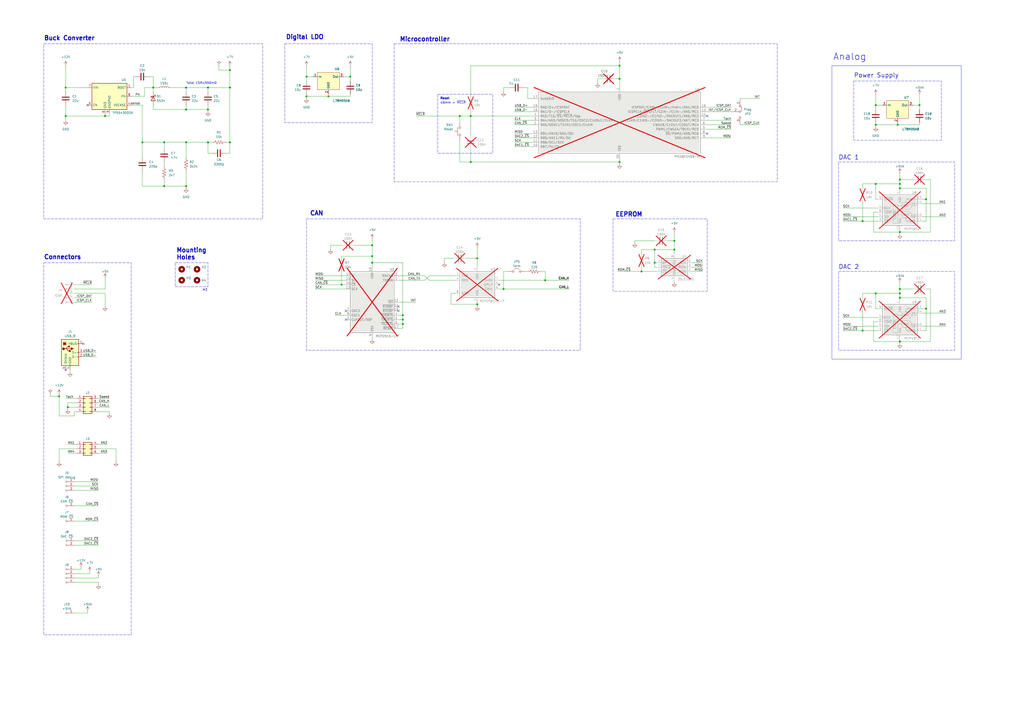
<source format=kicad_sch>
(kicad_sch (version 20250114) (generator "eeschema") (generator_version "9.0")
  (paper "A2")
  (title_block (title "CAN Gauge Interface") (date "2025-09-19") (rev "0.1") (company "Sam Anthony"))
  (rectangle (start 25.4 25.4) (end 152.4 127) (stroke (width 0) (type dash)))
  (rectangle (start 495.3 46.99) (end 546.1 81.28) (stroke (width 0) (type dash)))
  (rectangle (start 355.6 127) (end 410.21 168.91) (stroke (width 0) (type dash)))
  (rectangle (start 101.6 152.3999) (end 120.65 166.3699) (stroke (width 0) (type dash)))
  (rectangle (start 165.1 25.4) (end 215.9 71.12) (stroke (width 0) (type dash)))
  (rectangle (start 254 54.61) (end 285.75 88.9) (stroke (width 0) (type dash)))
  (rectangle (start 486.41 157.48) (end 553.72 203.2) (stroke (width 0) (type dash)))
  (rectangle (start 177.8 127) (end 336.55 203.2) (stroke (width 0) (type dash)))
  (rectangle (start 25.4 152.4) (end 76.2 368.3) (stroke (width 0) (type dash)))
  (rectangle (start 486.41 93.98) (end 553.72 139.7) (stroke (width 0) (type dash)))
  (rectangle (start 228.6 25.4) (end 450.85 105.41) (stroke (width 0) (type dash)))
  (rectangle (start 482.6 38.1) (end 557.53 208.28))
  (text "Connectors" (at 25.4 149.225 0) (effects (font (size 2.54 2.54) (thickness 0.508) (bold yes)) (justify left)))
  (text "Power Supply" (at 495.3 43.815 0) (effects (font (size 2.54 2.54) (thickness 0.254) (bold yes)) (justify left)))
  (text "Buck Converter" (at 25.4 22.225 0) (effects (font (size 2.54 2.54) (thickness 0.508) (bold yes)) (justify left)))
  (text "Total ESR≤550mΩ" (at 107.95 48.26 0) (effects (font (size 1.27 1.27)) (justify left)))
  (text "CAN" (at 179.705 123.825 0) (effects (font (size 2.54 2.54) (thickness 0.508) (bold yes)) (justify left)))
  (text "Reset" (at 255.27 57.15 0) (effects (font (size 1.27 1.27) (thickness 0.254) (bold yes)) (justify left)))
  (text "Mounting\nHoles" (at 102.235 147.3199 0) (effects (font (size 2.54 2.54) (thickness 0.508) (bold yes)) (justify left)))
  (text "M3\n" (at 117.475 168.2749 0) (effects (font (size 1.27 1.27)) (justify left)))
  (text "EEPROM" (at 356.87 124.46 0) (effects (font (size 2.54 2.54) (thickness 0.508) (bold yes)) (justify left)))
  (text "Digital LDO" (at 165.735 21.59 0) (effects (font (size 2.54 2.54) (thickness 0.508) (bold yes)) (justify left)))
  (text "≤6mm ↔ ~{MCLR}" (at 255.27 59.69 0) (effects (font (size 1.27 1.27)) (justify left)))
  (text "DAC 1" (at 486.41 91.44 0) (effects (font (size 2.54 2.54) (thickness 0.254) (bold yes)) (justify left)))
  (text "Microcontroller" (at 231.775 22.86 0) (effects (font (size 2.54 2.54) (thickness 0.508) (bold yes)) (justify left)))
  (text "Analog" (at 483.235 33.02 0) (effects (font (size 3.81 3.81) (thickness 0.254) (bold yes)) (justify left)))
  (text "DAC 2" (at 486.41 154.94 0) (effects (font (size 2.54 2.54) (thickness 0.254) (bold yes)) (justify left)))
  (junction (at 38.1 50.8))
  (junction (at 120.65 50.8))
  (junction (at 39.37 236.22))
  (junction (at 521.97 170.18))
  (junction (at 120.65 63.5))
  (junction (at 521.97 172.72))
  (junction (at 391.16 144.78))
  (junction (at 521.97 104.14))
  (junction (at 233.68 185.42))
  (junction (at 533.4 60.96))
  (junction (at 508 170.18))
  (junction (at 391.16 139.7))
  (junction (at 537.21 115.57))
  (junction (at 60.96 67.31))
  (junction (at 500.38 191.77))
  (junction (at 107.95 82.55))
  (junction (at 34.29 229.87))
  (junction (at 359.41 38.1))
  (junction (at 203.2 44.45))
  (junction (at 107.95 63.5))
  (junction (at 273.05 93.98))
  (junction (at 177.8 55.88))
  (junction (at 233.68 182.88))
  (junction (at 359.41 45.72))
  (junction (at 120.65 82.55))
  (junction (at 266.7 67.31))
  (junction (at 500.38 128.27))
  (junction (at 88.9 50.8))
  (junction (at 521.97 134.62))
  (junction (at 95.25 107.95))
  (junction (at 82.55 82.55))
  (junction (at 38.1 67.31))
  (junction (at 359.41 93.98))
  (junction (at 107.95 107.95))
  (junction (at 215.9 142.24))
  (junction (at 521.97 106.68))
  (junction (at 521.97 198.12))
  (junction (at 537.21 179.07))
  (junction (at 95.25 82.55))
  (junction (at 276.86 176.53))
  (junction (at 133.35 40.64))
  (junction (at 508 60.96))
  (junction (at 215.9 152.4))
  (junction (at 276.86 149.86))
  (junction (at 316.23 162.56))
  (junction (at 379.73 152.4))
  (junction (at 133.35 50.8))
  (junction (at 521.97 167.64))
  (junction (at 372.11 157.48))
  (junction (at 215.9 148.59))
  (junction (at 508 106.68))
  (junction (at 190.5 55.88))
  (junction (at 198.12 165.1))
  (junction (at 508 72.39))
  (junction (at 379.73 144.78))
  (junction (at 133.35 82.55))
  (junction (at 520.7 72.39))
  (junction (at 521.97 109.22))
  (junction (at 177.8 44.45))
  (junction (at 107.95 50.8))
  (junction (at 273.05 67.31))
  (junction (at 233.68 187.96))
  (junction (at 292.1 167.64))
  (no_connect (at 231.14 177.8))
  (no_connect (at 38.1 214.63))
  (no_connect (at 48.26 199.39))
  (no_connect (at 410.21 67.31))
  (no_connect (at 200.66 185.42))
  (no_connect (at 50.8 60.96))
  (no_connect (at 289.56 165.1))
  (no_connect (at 200.66 180.34))
  (no_connect (at 410.21 77.47))
  (no_connect (at 231.14 180.34))
  (wire (pts (xy 231.14 162.56) (xy 246.38 162.56)))
  (wire (pts (xy 203.2 55.88) (xy 203.2 54.61)))
  (wire (pts (xy 215.9 142.24) (xy 215.9 148.59)))
  (wire (pts (xy 506.73 186.69) (xy 509.27 186.69)))
  (wire (pts (xy 292.1 157.48) (xy 294.64 157.48)))
  (wire (pts (xy 44.45 260.35) (xy 34.29 260.35)))
  (wire (pts (xy 48.26 204.47) (xy 55.88 204.47)))
  (wire (pts (xy 233.68 187.96) (xy 233.68 185.42)))
  (wire (pts (xy 506.73 123.19) (xy 509.27 123.19)))
  (wire (pts (xy 231.14 187.96) (xy 233.68 187.96)))
  (wire (pts (xy 289.56 167.64) (xy 292.1 167.64)))
  (wire (pts (xy 273.05 55.88) (xy 273.05 38.1)))
  (wire (pts (xy 266.7 67.31) (xy 266.7 71.12)))
  (wire (pts (xy 521.97 172.72) (xy 521.97 173.99)))
  (wire (pts (xy 215.9 195.58) (xy 215.9 196.85)))
  (wire (pts (xy 60.96 167.64) (xy 60.96 161.29)))
  (wire (pts (xy 266.7 67.31) (xy 273.05 67.31)))
  (wire (pts (xy 381 152.4) (xy 379.73 152.4)))
  (wire (pts (xy 508 71.12) (xy 508 72.39)))
  (wire (pts (xy 38.1 38.1) (xy 38.1 50.8)))
  (wire (pts (xy 262.89 149.86) (xy 257.81 149.86)))
  (wire (pts (xy 508 179.07) (xy 508 170.18)))
  (wire (pts (xy 177.8 55.88) (xy 190.5 55.88)))
  (wire (pts (xy 500.38 191.77) (xy 509.27 191.77)))
  (wire (pts (xy 372.11 144.78) (xy 379.73 144.78)))
  (wire (pts (xy 534.67 128.27) (xy 537.21 128.27)))
  (wire (pts (xy 488.95 184.15) (xy 509.27 184.15)))
  (wire (pts (xy 120.65 50.8) (xy 133.35 50.8)))
  (wire (pts (xy 521.97 196.85) (xy 521.97 198.12)))
  (wire (pts (xy 82.55 91.44) (xy 82.55 82.55)))
  (wire (pts (xy 233.68 185.42) (xy 233.68 182.88)))
  (wire (pts (xy 123.19 82.55) (xy 120.65 82.55)))
  (wire (pts (xy 521.97 198.12) (xy 521.97 199.39)))
  (wire (pts (xy 537.21 172.72) (xy 521.97 172.72)))
  (wire (pts (xy 410.21 64.77) (xy 425.45 64.77)))
  (wire (pts (xy 34.29 241.3) (xy 34.29 229.87)))
  (wire (pts (xy 198.12 165.1) (xy 198.12 157.48)))
  (wire (pts (xy 57.15 260.35) (xy 67.31 260.35)))
  (wire (pts (xy 52.07 332.74) (xy 52.07 331.47)))
  (wire (pts (xy 203.2 46.99) (xy 203.2 44.45)))
  (wire (pts (xy 39.37 236.22) (xy 39.37 237.49)))
  (wire (pts (xy 38.1 50.8) (xy 38.1 53.34)))
  (wire (pts (xy 43.18 293.37) (xy 57.15 293.37)))
  (wire (pts (xy 57.15 233.68) (xy 63.5 233.68)))
  (wire (pts (xy 298.45 82.55) (xy 308.61 82.55)))
  (wire (pts (xy 506.73 134.62) (xy 521.97 134.62)))
  (wire (pts (xy 82.55 60.96) (xy 82.55 82.55)))
  (wire (pts (xy 534.67 181.61) (xy 548.64 181.61)))
  (wire (pts (xy 203.2 44.45) (xy 199.39 44.45)))
  (wire (pts (xy 539.75 134.62) (xy 521.97 134.62)))
  (wire (pts (xy 182.88 165.1) (xy 198.12 165.1)))
  (wire (pts (xy 511.81 60.96) (xy 508 60.96)))
  (wire (pts (xy 43.18 302.26) (xy 57.15 302.26)))
  (wire (pts (xy 429.26 71.12) (xy 429.26 72.39)))
  (wire (pts (xy 95.25 93.98) (xy 95.25 96.52)))
  (wire (pts (xy 509.27 115.57) (xy 508 115.57)))
  (wire (pts (xy 508 72.39) (xy 520.7 72.39)))
  (wire (pts (xy 534.67 118.11) (xy 548.64 118.11)))
  (wire (pts (xy 88.9 63.5) (xy 107.95 63.5)))
  (wire (pts (xy 298.45 69.85) (xy 308.61 69.85)))
  (wire (pts (xy 182.88 160.02) (xy 200.66 160.02)))
  (wire (pts (xy 537.21 109.22) (xy 537.21 115.57)))
  (wire (pts (xy 410.21 62.23) (xy 424.18 62.23)))
  (wire (pts (xy 508 106.68) (xy 521.97 106.68)))
  (wire (pts (xy 410.21 74.93) (xy 424.18 74.93)))
  (wire (pts (xy 508 115.57) (xy 508 106.68)))
  (wire (pts (xy 537.21 172.72) (xy 537.21 179.07)))
  (wire (pts (xy 194.31 182.88) (xy 200.66 182.88)))
  (wire (pts (xy 46.99 330.2) (xy 46.99 328.93)))
  (wire (pts (xy 488.95 189.23) (xy 509.27 189.23)))
  (wire (pts (xy 203.2 38.1) (xy 203.2 44.45)))
  (wire (pts (xy 520.7 72.39) (xy 520.7 71.12)))
  (wire (pts (xy 372.11 147.32) (xy 372.11 144.78)))
  (wire (pts (xy 177.8 54.61) (xy 177.8 55.88)))
  (wire (pts (xy 359.41 45.72) (xy 356.87 45.72)))
  (wire (pts (xy 57.15 236.22) (xy 63.5 236.22)))
  (wire (pts (xy 359.41 49.53) (xy 359.41 45.72)))
  (wire (pts (xy 215.9 148.59) (xy 215.9 152.4)))
  (wire (pts (xy 82.55 107.95) (xy 95.25 107.95)))
  (wire (pts (xy 107.95 82.55) (xy 95.25 82.55)))
  (wire (pts (xy 241.3 67.31) (xy 266.7 67.31)))
  (wire (pts (xy 429.26 58.42) (xy 429.26 57.15)))
  (wire (pts (xy 521.97 167.64) (xy 521.97 170.18)))
  (wire (pts (xy 506.73 134.62) (xy 506.73 123.19)))
  (wire (pts (xy 107.95 82.55) (xy 107.95 91.44)))
  (wire (pts (xy 534.67 189.23) (xy 548.64 189.23)))
  (wire (pts (xy 50.8 355.6) (xy 50.8 354.33)))
  (wire (pts (xy 43.18 165.1) (xy 53.34 165.1)))
  (wire (pts (xy 191.77 142.24) (xy 191.77 144.78)))
  (wire (pts (xy 120.65 82.55) (xy 107.95 82.55)))
  (wire (pts (xy 57.15 238.76) (xy 63.5 238.76)))
  (wire (pts (xy 39.37 236.22) (xy 44.45 236.22)))
  (wire (pts (xy 521.97 163.83) (xy 521.97 167.64)))
  (wire (pts (xy 539.75 167.64) (xy 539.75 198.12)))
  (wire (pts (xy 133.35 50.8) (xy 133.35 82.55)))
  (wire (pts (xy 60.96 170.18) (xy 60.96 177.8)))
  (wire (pts (xy 308.61 57.15) (xy 306.07 57.15)))
  (wire (pts (xy 539.75 104.14) (xy 539.75 134.62)))
  (wire (pts (xy 379.73 154.94) (xy 379.73 152.4)))
  (wire (pts (xy 537.21 109.22) (xy 521.97 109.22)))
  (wire (pts (xy 44.45 233.68) (xy 39.37 233.68)))
  (wire (pts (xy 57.15 337.82) (xy 57.15 339.09)))
  (wire (pts (xy 379.73 144.78) (xy 391.16 144.78)))
  (wire (pts (xy 177.8 55.88) (xy 177.8 57.15)))
  (wire (pts (xy 372.11 157.48) (xy 372.11 154.94)))
  (wire (pts (xy 67.31 260.35) (xy 67.31 267.97)))
  (wire (pts (xy 38.1 67.31) (xy 38.1 69.85)))
  (wire (pts (xy 391.16 139.7) (xy 391.16 144.78)))
  (wire (pts (xy 401.32 157.48) (xy 407.67 157.48)))
  (wire (pts (xy 306.07 50.8) (xy 303.53 50.8)))
  (wire (pts (xy 533.4 54.61) (xy 533.4 60.96)))
  (wire (pts (xy 107.95 50.8) (xy 120.65 50.8)))
  (wire (pts (xy 88.9 44.45) (xy 88.9 50.8)))
  (wire (pts (xy 270.51 149.86) (xy 276.86 149.86)))
  (wire (pts (xy 76.2 60.96) (xy 82.55 60.96)))
  (wire (pts (xy 88.9 60.96) (xy 88.9 63.5)))
  (wire (pts (xy 410.21 80.01) (xy 424.18 80.01)))
  (wire (pts (xy 198.12 149.86) (xy 198.12 148.59)))
  (wire (pts (xy 306.07 57.15) (xy 306.07 50.8)))
  (wire (pts (xy 107.95 63.5) (xy 120.65 63.5)))
  (wire (pts (xy 429.26 57.15) (xy 440.69 57.15)))
  (wire (pts (xy 190.5 55.88) (xy 190.5 54.61)))
  (wire (pts (xy 292.1 50.8) (xy 292.1 53.34)))
  (wire (pts (xy 57.15 262.89) (xy 62.23 262.89)))
  (wire (pts (xy 500.38 106.68) (xy 508 106.68)))
  (wire (pts (xy 99.06 50.8) (xy 107.95 50.8)))
  (wire (pts (xy 44.45 238.76) (xy 43.18 238.76)))
  (wire (pts (xy 107.95 60.96) (xy 107.95 63.5)))
  (wire (pts (xy 88.9 53.34) (xy 88.9 50.8)))
  (wire (pts (xy 257.81 149.86) (xy 257.81 152.4)))
  (wire (pts (xy 316.23 157.48) (xy 316.23 162.56)))
  (wire (pts (xy 39.37 257.81) (xy 44.45 257.81)))
  (wire (pts (xy 120.65 82.55) (xy 120.65 88.9)))
  (wire (pts (xy 43.18 335.28) (xy 57.15 335.28)))
  (wire (pts (xy 298.45 80.01) (xy 308.61 80.01)))
  (wire (pts (xy 107.95 107.95) (xy 107.95 109.22)))
  (wire (pts (xy 63.5 238.76) (xy 63.5 240.03)))
  (wire (pts (xy 133.35 82.55) (xy 133.35 88.9)))
  (wire (pts (xy 233.68 152.4) (xy 233.68 182.88)))
  (wire (pts (xy 298.45 85.09) (xy 308.61 85.09)))
  (wire (pts (xy 95.25 107.95) (xy 107.95 107.95)))
  (wire (pts (xy 43.18 316.23) (xy 57.15 316.23)))
  (wire (pts (xy 127 40.64) (xy 133.35 40.64)))
  (wire (pts (xy 233.68 152.4) (xy 215.9 152.4)))
  (wire (pts (xy 120.65 50.8) (xy 120.65 53.34)))
  (wire (pts (xy 521.97 109.22) (xy 521.97 110.49)))
  (wire (pts (xy 298.45 77.47) (xy 308.61 77.47)))
  (wire (pts (xy 200.66 165.1) (xy 198.12 165.1)))
  (wire (pts (xy 316.23 162.56) (xy 330.2 162.56)))
  (wire (pts (xy 539.75 198.12) (xy 521.97 198.12)))
  (wire (pts (xy 198.12 148.59) (xy 215.9 148.59)))
  (wire (pts (xy 29.21 228.6) (xy 29.21 229.87)))
  (wire (pts (xy 120.65 63.5) (xy 120.65 60.96)))
  (wire (pts (xy 298.45 72.39) (xy 308.61 72.39)))
  (wire (pts (xy 107.95 107.95) (xy 107.95 99.06)))
  (wire (pts (xy 177.8 38.1) (xy 177.8 44.45)))
  (wire (pts (xy 537.21 179.07) (xy 537.21 191.77)))
  (wire (pts (xy 521.97 100.33) (xy 521.97 104.14)))
  (wire (pts (xy 231.14 190.5) (xy 233.68 190.5)))
  (wire (pts (xy 29.21 229.87) (xy 34.29 229.87)))
  (wire (pts (xy 304.8 157.48) (xy 306.07 157.48)))
  (wire (pts (xy 358.14 157.48) (xy 372.11 157.48)))
  (wire (pts (xy 107.95 50.8) (xy 107.95 53.34)))
  (wire (pts (xy 506.73 198.12) (xy 521.97 198.12)))
  (wire (pts (xy 295.91 50.8) (xy 292.1 50.8)))
  (wire (pts (xy 521.97 104.14) (xy 529.59 104.14)))
  (wire (pts (xy 43.18 284.48) (xy 57.15 284.48)))
  (wire (pts (xy 43.18 281.94) (xy 57.15 281.94)))
  (wire (pts (xy 521.97 170.18) (xy 521.97 172.72)))
  (wire (pts (xy 500.38 172.72) (xy 500.38 170.18)))
  (wire (pts (xy 43.18 238.76) (xy 43.18 241.3)))
  (wire (pts (xy 57.15 231.14) (xy 63.5 231.14)))
  (wire (pts (xy 60.96 67.31) (xy 60.96 66.04)))
  (wire (pts (xy 43.18 241.3) (xy 34.29 241.3)))
  (wire (pts (xy 133.35 40.64) (xy 133.35 50.8)))
  (wire (pts (xy 82.55 82.55) (xy 95.25 82.55)))
  (wire (pts (xy 534.67 179.07) (xy 537.21 179.07)))
  (wire (pts (xy 500.38 170.18) (xy 508 170.18)))
  (wire (pts (xy 298.45 64.77) (xy 308.61 64.77)))
  (wire (pts (xy 500.38 128.27) (xy 509.27 128.27)))
  (wire (pts (xy 359.41 38.1) (xy 359.41 45.72)))
  (wire (pts (xy 401.32 154.94) (xy 407.67 154.94)))
  (wire (pts (xy 120.65 63.5) (xy 120.65 64.77)))
  (wire (pts (xy 521.97 106.68) (xy 521.97 109.22)))
  (wire (pts (xy 57.15 257.81) (xy 62.23 257.81)))
  (wire (pts (xy 359.41 93.98) (xy 359.41 95.25)))
  (wire (pts (xy 273.05 93.98) (xy 273.05 86.36)))
  (wire (pts (xy 76.2 50.8) (xy 77.47 50.8)))
  (wire (pts (xy 508 170.18) (xy 521.97 170.18)))
  (wire (pts (xy 276.86 176.53) (xy 276.86 177.8)))
  (wire (pts (xy 248.92 160.02) (xy 246.38 162.56)))
  (wire (pts (xy 273.05 93.98) (xy 266.7 93.98)))
  (wire (pts (xy 38.1 60.96) (xy 38.1 67.31)))
  (wire (pts (xy 43.18 332.74) (xy 52.07 332.74)))
  (wire (pts (xy 57.15 335.28) (xy 57.15 334.01)))
  (wire (pts (xy 39.37 233.68) (xy 39.37 236.22)))
  (wire (pts (xy 500.38 116.84) (xy 500.38 128.27)))
  (wire (pts (xy 346.71 45.72) (xy 349.25 45.72)))
  (wire (pts (xy 391.16 162.56) (xy 391.16 163.83)))
  (wire (pts (xy 34.29 260.35) (xy 34.29 267.97)))
  (wire (pts (xy 38.1 231.14) (xy 44.45 231.14)))
  (wire (pts (xy 231.14 182.88) (xy 233.68 182.88)))
  (wire (pts (xy 130.81 82.55) (xy 133.35 82.55)))
  (wire (pts (xy 391.16 144.78) (xy 391.16 147.32)))
  (wire (pts (xy 379.73 144.78) (xy 379.73 152.4)))
  (wire (pts (xy 266.7 93.98) (xy 266.7 81.28)))
  (wire (pts (xy 88.9 50.8) (xy 91.44 50.8)))
  (wire (pts (xy 521.97 134.62) (xy 521.97 135.89)))
  (wire (pts (xy 43.18 337.82) (xy 57.15 337.82)))
  (wire (pts (xy 508 60.96) (xy 508 63.5)))
  (wire (pts (xy 313.69 157.48) (xy 316.23 157.48)))
  (wire (pts (xy 488.95 191.77) (xy 500.38 191.77)))
  (wire (pts (xy 276.86 175.26) (xy 276.86 176.53)))
  (wire (pts (xy 43.18 313.69) (xy 57.15 313.69)))
  (wire (pts (xy 63.5 66.04) (xy 63.5 67.31)))
  (wire (pts (xy 508 72.39) (xy 508 73.66)))
  (wire (pts (xy 506.73 198.12) (xy 506.73 186.69)))
  (wire (pts (xy 429.26 72.39) (xy 440.69 72.39)))
  (wire (pts (xy 292.1 167.64) (xy 292.1 157.48)))
  (wire (pts (xy 508 54.61) (xy 508 60.96)))
  (wire (pts (xy 182.88 167.64) (xy 200.66 167.64)))
  (wire (pts (xy 43.18 355.6) (xy 50.8 355.6)))
  (wire (pts (xy 133.35 88.9) (xy 130.81 88.9)))
  (wire (pts (xy 387.35 139.7) (xy 391.16 139.7)))
  (wire (pts (xy 410.21 72.39) (xy 424.18 72.39)))
  (wire (pts (xy 391.16 134.62) (xy 391.16 139.7)))
  (wire (pts (xy 537.21 104.14) (xy 539.75 104.14)))
  (wire (pts (xy 273.05 67.31) (xy 308.61 67.31)))
  (wire (pts (xy 198.12 142.24) (xy 191.77 142.24)))
  (wire (pts (xy 261.62 170.18) (xy 264.16 170.18)))
  (wire (pts (xy 215.9 138.43) (xy 215.9 142.24)))
  (wire (pts (xy 273.05 38.1) (xy 359.41 38.1)))
  (wire (pts (xy 521.97 104.14) (xy 521.97 106.68)))
  (wire (pts (xy 43.18 167.64) (xy 60.96 167.64)))
  (wire (pts (xy 534.67 115.57) (xy 537.21 115.57)))
  (wire (pts (xy 289.56 162.56) (xy 316.23 162.56)))
  (wire (pts (xy 359.41 92.71) (xy 359.41 93.98)))
  (wire (pts (xy 95.25 104.14) (xy 95.25 107.95)))
  (wire (pts (xy 77.47 44.45) (xy 78.74 44.45)))
  (wire (pts (xy 77.47 50.8) (xy 77.47 44.45)))
  (wire (pts (xy 133.35 38.1) (xy 133.35 40.64)))
  (wire (pts (xy 83.82 50.8) (xy 88.9 50.8)))
  (wire (pts (xy 533.4 72.39) (xy 533.4 71.12)))
  (wire (pts (xy 76.2 55.88) (xy 83.82 55.88)))
  (wire (pts (xy 82.55 99.06) (xy 82.55 107.95)))
  (wire (pts (xy 43.18 170.18) (xy 60.96 170.18)))
  (wire (pts (xy 177.8 44.45) (xy 177.8 46.99)))
  (wire (pts (xy 120.65 88.9) (xy 123.19 88.9)))
  (wire (pts (xy 215.9 152.4) (xy 215.9 154.94)))
  (wire (pts (xy 401.32 152.4) (xy 407.67 152.4)))
  (wire (pts (xy 190.5 55.88) (xy 203.2 55.88)))
  (wire (pts (xy 48.26 207.01) (xy 55.88 207.01)))
  (wire (pts (xy 410.21 69.85) (xy 424.18 69.85)))
  (wire (pts (xy 261.62 176.53) (xy 261.62 170.18)))
  (wire (pts (xy 34.29 229.87) (xy 34.29 228.6)))
  (wire (pts (xy 63.5 67.31) (xy 60.96 67.31)))
  (wire (pts (xy 43.18 175.26) (xy 53.34 175.26)))
  (wire (pts (xy 181.61 44.45) (xy 177.8 44.45)))
  (wire (pts (xy 381 154.94) (xy 379.73 154.94)))
  (wire (pts (xy 534.67 125.73) (xy 548.64 125.73)))
  (wire (pts (xy 205.74 142.24) (xy 215.9 142.24)))
  (wire (pts (xy 231.14 160.02) (xy 246.38 160.02)))
  (wire (pts (xy 500.38 109.22) (xy 500.38 106.68)))
  (wire (pts (xy 500.38 180.34) (xy 500.38 191.77)))
  (wire (pts (xy 276.86 176.53) (xy 261.62 176.53)))
  (wire (pts (xy 40.64 214.63) (xy 40.64 215.9)))
  (wire (pts (xy 346.71 48.26) (xy 346.71 45.72)))
  (wire (pts (xy 534.67 191.77) (xy 537.21 191.77)))
  (wire (pts (xy 43.18 279.4) (xy 57.15 279.4)))
  (wire (pts (xy 488.95 128.27) (xy 500.38 128.27)))
  (wire (pts (xy 368.3 139.7) (xy 368.3 140.97)))
  (wire (pts (xy 60.96 67.31) (xy 38.1 67.31)))
  (wire (pts (xy 368.3 139.7) (xy 379.73 139.7)))
  (wire (pts (xy 38.1 50.8) (xy 50.8 50.8)))
  (wire (pts (xy 509.27 179.07) (xy 508 179.07)))
  (wire (pts (xy 359.41 35.56) (xy 359.41 38.1)))
  (wire (pts (xy 276.86 143.51) (xy 276.86 149.86)))
  (wire (pts (xy 381 157.48) (xy 372.11 157.48)))
  (wire (pts (xy 83.82 55.88) (xy 83.82 50.8)))
  (wire (pts (xy 233.68 190.5) (xy 233.68 187.96)))
  (wire (pts (xy 537.21 167.64) (xy 539.75 167.64)))
  (wire (pts (xy 521.97 167.64) (xy 529.59 167.64)))
  (wire (pts (xy 488.95 125.73) (xy 509.27 125.73)))
  (wire (pts (xy 292.1 167.64) (xy 330.2 167.64)))
  (wire (pts (xy 231.14 175.26) (xy 241.3 175.26)))
  (wire (pts (xy 39.37 262.89) (xy 44.45 262.89)))
  (wire (pts (xy 231.14 185.42) (xy 233.68 185.42)))
  (wire (pts (xy 521.97 133.35) (xy 521.97 134.62)))
  (wire (pts (xy 298.45 62.23) (xy 308.61 62.23)))
  (wire (pts (xy 248.92 162.56) (xy 264.16 162.56)))
  (wire (pts (xy 488.95 120.65) (xy 509.27 120.65)))
  (wire (pts (xy 182.88 162.56) (xy 200.66 162.56)))
  (wire (pts (xy 533.4 63.5) (xy 533.4 60.96)))
  (wire (pts (xy 248.92 160.02) (xy 264.16 160.02)))
  (wire (pts (xy 246.38 160.02) (xy 248.92 162.56)))
  (wire (pts (xy 43.18 330.2) (xy 46.99 330.2)))
  (wire (pts (xy 273.05 67.31) (xy 273.05 78.74)))
  (wire (pts (xy 537.21 115.57) (xy 537.21 128.27)))
  (wire (pts (xy 273.05 63.5) (xy 273.05 67.31)))
  (wire (pts (xy 43.18 172.72) (xy 53.34 172.72)))
  (wire (pts (xy 127 38.1) (xy 127 40.64)))
  (wire (pts (xy 86.36 44.45) (xy 88.9 44.45)))
  (wire (pts (xy 359.41 93.98) (xy 273.05 93.98)))
  (wire (pts (xy 520.7 72.39) (xy 533.4 72.39)))
  (wire (pts (xy 276.86 149.86) (xy 276.86 154.94)))
  (wire (pts (xy 95.25 82.55) (xy 95.25 86.36)))
  (wire (pts (xy 533.4 60.96) (xy 529.59 60.96)))
  (label "DAC1_~{CS}" (at 488.95 128.27 0))
  (label "MISO" (at 57.15 284.48 180))
  (label "CAN_H" (at 330.2 162.56 180) (effects (font (thickness 0.254) (bold yes))))
  (label "SCK" (at 407.67 152.4 180) (effects (font (thickness 0.1588))))
  (label "Speed" (at 63.5 231.14 180) (effects (font (thickness 0.1588))))
  (label "CLK" (at 298.45 69.85 0))
  (label "MOSI" (at 424.18 80.01 180) (effects (font (thickness 0.1588))))
  (label "ICSP_DAT" (at 424.18 62.23 180))
  (label "CAN_L" (at 63.5 236.22 180))
  (label "ROM_~{CS}" (at 358.14 157.48 0) (effects (font (thickness 0.1588))))
  (label "MOSI" (at 182.88 160.02 0) (effects (font (thickness 0.1588))))
  (label "DAC1_~{CS}" (at 298.45 85.09 0))
  (label "AN3" (at 62.23 262.89 180) (effects (font (thickness 0.1588))))
  (label "Speed" (at 424.18 72.39 180))
  (label "AN1" (at 548.64 118.11 180))
  (label "CAN_~{CS}" (at 298.45 72.39 0))
  (label "CAN_~{CS}" (at 57.15 293.37 180))
  (label "sense" (at 81.28 60.96 180))
  (label "INT" (at 440.69 57.15 180))
  (label "CLK" (at 194.31 182.88 0))
  (label "MISO" (at 407.67 157.48 180) (effects (font (thickness 0.1588))))
  (label "INT" (at 241.3 175.26 180) (effects (font (thickness 0.1588))))
  (label "MOSI" (at 407.67 154.94 180) (effects (font (thickness 0.1588))))
  (label "ICSP_CLK" (at 53.34 175.26 180))
  (label "AN2" (at 62.23 257.81 180) (effects (font (thickness 0.1588))))
  (label "SCK" (at 298.45 82.55 0) (effects (font (thickness 0.1588))))
  (label "Tach" (at 38.1 231.14 0) (effects (font (thickness 0.1588))))
  (label "CAN_~{CS}" (at 182.88 165.1 0) (effects (font (thickness 0.1588))))
  (label "ICSP_CLK" (at 440.69 72.39 180))
  (label "USB_D+" (at 298.45 62.23 0))
  (label "SCK" (at 488.95 184.15 0) (effects (font (thickness 0.1588))))
  (label "ROM_~{CS}" (at 57.15 302.26 180))
  (label "AN1" (at 39.37 257.81 0) (effects (font (thickness 0.1588))))
  (label "DAC2_~{CS}" (at 298.45 80.01 0))
  (label "USB_D-" (at 298.45 64.77 0))
  (label "INT{slash}ICSP_CLK" (at 424.18 64.77 180))
  (label "SCK" (at 57.15 281.94 180))
  (label "AN4" (at 39.37 262.89 0) (effects (font (thickness 0.1588))))
  (label "MOSI" (at 488.95 125.73 0))
  (label "PH" (at 81.28 55.88 180))
  (label "AN4" (at 548.64 189.23 180))
  (label "MISO" (at 182.88 162.56 0) (effects (font (thickness 0.1588))))
  (label "DAC1_~{CS}" (at 57.15 316.23 180))
  (label "MOSI" (at 57.15 279.4 180))
  (label "AN3" (at 548.64 181.61 180))
  (label "DAC2_~{CS}" (at 57.15 313.69 180))
  (label "USB_D-" (at 55.88 207.01 180))
  (label "AN2" (at 548.64 125.73 180))
  (label "USB_D+" (at 55.88 204.47 180))
  (label "SCK" (at 182.88 167.64 0) (effects (font (thickness 0.1588))))
  (label "Tach" (at 424.18 69.85 180))
  (label "ROM_~{CS}" (at 424.18 74.93 180))
  (label "ICSP_DAT" (at 53.34 172.72 180))
  (label "CAN_RX" (at 243.84 160.02 180))
  (label "~{MCLR}" (at 53.34 165.1 180))
  (label "MISO" (at 298.45 77.47 0) (effects (font (thickness 0.1588))))
  (label "~{MCLR}" (at 241.3 67.31 0))
  (label "MOSI" (at 488.95 189.23 0))
  (label "CAN_L" (at 330.2 167.64 180) (effects (font (thickness 0.254) (bold yes))))
  (label "SCK" (at 488.95 120.65 0) (effects (font (thickness 0.1588))))
  (label "DAC2_~{CS}" (at 488.95 191.77 0))
  (label "CAN_TX" (at 243.84 162.56 180))
  (label "CAN_H" (at 63.5 233.68 180) (effects (font (thickness 0.1588))))
  (symbol (lib_id "power:GND") (at 107.95 109.22 0) (unit 1)
    (property "Reference" "#PWR012" (effects (hide yes)))
    (property "Value" "GND" (at 107.95 114.3 0))
    (property "Description" "Power symbol creates a global label with name \"GND\" , ground" (effects (hide yes)))
  )
  (symbol (lib_id "power:GND") (at 215.9 196.85 0) (unit 1)
    (property "Reference" "#PWR028" (effects (hide yes)))
    (property "Value" "GND" (effects (hide yes)))
    (property "Description" "Power symbol creates a global label with name \"GND\" , ground" (effects (hide yes)))
  )
  (symbol (lib_id "Device:C") (at 107.95 57.15 0) (unit 1)
    (property "Reference" "C3" (at 111.125 55.88 0) (effects (justify left)))
    (property "Value" "22u" (at 111.125 58.42 0) (effects (justify left)))
    (property "Footprint" "Capacitor_SMD:C_1206_3216Metric" (effects (hide yes)))
    (property "Description" "Unpolarized capacitor" (effects (hide yes)))
  )
  (symbol (lib_id "power:GND") (at 120.65 64.77 0) (unit 1)
    (property "Reference" "#PWR04" (effects (hide yes)))
    (property "Value" "GND" (at 120.65 69.85 0))
    (property "Description" "Power symbol creates a global label with name \"GND\" , ground" (effects (hide yes)))
  )
  (symbol (lib_id "Device:C") (at 95.25 90.17 0) (unit 1)
    (property "Reference" "C7" (at 99.06 88.8999 0) (effects (justify left)))
    (property "Value" "47n" (at 99.06 91.4399 0) (effects (justify left)))
    (property "Footprint" "Capacitor_SMD:C_0805_2012Metric" (effects (hide yes)))
    (property "Description" "Unpolarized capacitor" (effects (hide yes)))
  )
  (symbol (lib_id "power:GND") (at 57.15 339.09 0) (unit 1)
    (property "Reference" "#PWR039" (effects (hide yes)))
    (property "Value" "GND" (effects (hide yes)))
    (property "Description" "Power symbol creates a global label with name \"GND\" , ground" (effects (hide yes)))
  )
  (symbol (lib_id "power:+7.5V") (at 52.07 331.47 0) (unit 1)
    (property "Reference" "#PWR013" (effects (hide yes)))
    (property "Value" "+7V" (at 52.07 326.39 0))
    (property "Description" "Power symbol creates a global label with name \"+7.5V\"" (effects (hide yes)))
  )
  (symbol (lib_id "power:+12V") (at 34.29 228.6 0) (unit 1)
    (property "Reference" "#PWR029" (effects (hide yes)))
    (property "Value" "+12V" (at 34.29 223.52 0))
    (property "Description" "Power symbol creates a global label with name \"+12V\"" (effects (hide yes)))
  )
  (symbol (lib_id "power:GND") (at 508 73.66 0) (unit 1)
    (property "Reference" "#PWR046" (effects (hide yes)))
    (property "Value" "GND" (at 508 78.74 0))
    (property "Description" "Power symbol creates a global label with name \"GND\" , ground" (effects (hide yes)))
  )
  (symbol (lib_id "power:GND") (at 63.5 240.03 0) (unit 1)
    (property "Reference" "#PWR033" (effects (hide yes)))
    (property "Value" "GND" (effects (hide yes)))
    (property "Description" "Power symbol creates a global label with name \"GND\" , ground" (effects (hide yes)))
  )
  (symbol (lib_id "power:+5V") (at 203.2 38.1 0) (unit 1)
    (property "Reference" "#PWR044" (effects (hide yes)))
    (property "Value" "+5V" (at 203.2 33.02 0))
    (property "Description" "Power symbol creates a global label with name \"+5V\"" (effects (hide yes)))
  )
  (symbol (lib_id "Device:C") (at 383.54 139.7 90) (unit 1) (dnp yes)
    (property "Reference" "C15" (at 383.54 133.35 90))
    (property "Value" "100n" (at 383.54 135.89 90))
    (property "Footprint" "Capacitor_THT:C_Disc_D5.0mm_W2.5mm_P2.50mm" (effects (hide yes)))
    (property "Description" "Unpolarized capacitor" (effects (hide yes)))
  )
  (symbol (lib_id "power:+7.5V") (at 177.8 38.1 0) (unit 1)
    (property "Reference" "#PWR043" (effects (hide yes)))
    (property "Value" "+7V" (at 177.8 33.02 0))
    (property "Description" "Power symbol creates a global label with name \"+7.5V\"" (effects (hide yes)))
  )
  (symbol (lib_id "Device:C") (at 266.7 149.86 90) (unit 1) (dnp yes)
    (property "Reference" "C14" (at 266.7 143.51 90))
    (property "Value" "100n" (at 266.7 146.05 90))
    (property "Footprint" "Capacitor_THT:C_Disc_D5.0mm_W2.5mm_P2.50mm" (effects (hide yes)))
    (property "Description" "Unpolarized capacitor" (effects (hide yes)))
  )
  (symbol (lib_id "Device:C") (at 38.1 57.15 0) (unit 1)
    (property "Reference" "C1" (at 41.91 55.8799 0) (effects (justify left)))
    (property "Value" "22u" (at 41.91 58.4199 0) (effects (justify left)))
    (property "Footprint" "Capacitor_SMD:C_1206_3216Metric" (effects (hide yes)))
    (property "Description" "Unpolarized capacitor" (effects (hide yes)))
  )
  (symbol (lib_id "Regulator_Switching:TPS5430DDA") (at 63.5 55.88 0) (unit 1)
    (property "Reference" "U5" (at 71.755 46.355 0))
    (property "Value" "TPS5430DDA" (at 71.12 65.405 0))
    (property "Footprint" "Package_SO:TI_SO-PowerPAD-8" (effects (hide yes)))
    (property "Datasheet" "http://www.ti.com/lit/ds/symlink/tps5430.pdf" (effects (hide yes)))
    (property "Description" "3A, Step Down Swift Converter, Adjustable Output Voltage, 5.5-36V Input Voltage, PowerSO-8" (effects (hide yes)))
  )
  (symbol (lib_id "Memory_EEPROM:25LCxxx") (at 391.16 154.94 0) (unit 1) (dnp yes)
    (property "Reference" "U4" (at 395.605 148.59 0) (effects (justify left)))
    (property "Value" "25LC160C" (at 393.065 161.925 0) (effects (justify left)))
    (property "Footprint" "Package_DIP:DIP-8_W7.62mm" (effects (hide yes)))
    (property "Datasheet" "http://ww1.microchip.com/downloads/en/DeviceDoc/21832H.pdf" (effects (hide yes)))
    (property "Description" "SPI Serial EEPROM, DIP-8/SOIC-8/TSSOP-8" (effects (hide yes)))
  )
  (symbol (lib_id "Jumper:Jumper_3_Bridged12") (at 429.26 64.77 270) (unit 1) (in_bom no)
    (property "Reference" "JP2" (at 433.705 66.04 90))
    (property "Value" "Prog" (at 433.705 63.5 90))
    (property "Footprint" "Connector_PinSocket_2.54mm:PinSocket_1x03_P2.54mm_Vertical" (effects (hide yes)))
    (property "Description" "Jumper, 3-pole, pins 1+2 closed/bridged" (effects (hide yes)))
  )
  (symbol (lib_id "power:GND") (at 521.97 135.89 0) (unit 1)
    (property "Reference" "#PWR017" (effects (hide yes)))
    (property "Value" "GND" (effects (hide yes)))
    (property "Description" "Power symbol creates a global label with name \"GND\" , ground" (effects (hide yes)))
  )
  (symbol (lib_id "power:GND") (at 521.97 199.39 0) (unit 1)
    (property "Reference" "#PWR019" (effects (hide yes)))
    (property "Value" "GND" (effects (hide yes)))
    (property "Description" "Power symbol creates a global label with name \"GND\" , ground" (effects (hide yes)))
  )
  (symbol (lib_id "power:GND") (at 359.41 95.25 0) (unit 1)
    (property "Reference" "#PWR01" (effects (hide yes)))
    (property "Value" "GND" (effects (hide yes)))
    (property "Description" "Power symbol creates a global label with name \"GND\" , ground" (effects (hide yes)))
  )
  (symbol (lib_id "Device:R_US") (at 198.12 153.67 0) (unit 1) (dnp yes)
    (property "Reference" "R7" (at 200.025 152.4 0) (effects (justify left)))
    (property "Value" "10k" (at 200.025 154.94 0) (effects (justify left)))
    (property "Footprint" "Resistor_THT:R_Axial_DIN0207_L6.3mm_D2.5mm_P7.62mm_Horizontal" (effects (hide yes)))
    (property "Description" "Resistor, US symbol" (effects (hide yes)))
  )
  (symbol (lib_id "Device:R_US") (at 372.11 151.13 0) (unit 1) (dnp yes)
    (property "Reference" "R9" (at 374.015 149.86 0) (effects (justify left)))
    (property "Value" "10k" (at 374.015 152.4 0) (effects (justify left)))
    (property "Footprint" "Resistor_THT:R_Axial_DIN0207_L6.3mm_D2.5mm_P7.62mm_Horizontal" (effects (hide yes)))
    (property "Description" "Resistor, US symbol" (effects (hide yes)))
  )
  (symbol (lib_id "Mechanical:MountingHole") (at 105.41 156.2099 0) (unit 1) (exclude_from_sim yes) (in_bom no)
    (property "Reference" "H1" (at 107.95 154.9398 0) (effects (justify left)))
    (property "Value" "MountingHole" (effects (hide yes)))
    (property "Footprint" "MountingHole:MountingHole_3.2mm_M3_DIN965" (effects (hide yes)))
    (property "Description" "Mounting Hole without connection" (effects (hide yes)))
  )
  (symbol (lib_id "power:GND") (at 67.31 267.97 0) (unit 1)
    (property "Reference" "#PWR035" (effects (hide yes)))
    (property "Value" "GND" (effects (hide yes)))
    (property "Description" "Power symbol creates a global label with name \"GND\" , ground" (effects (hide yes)))
  )
  (symbol (lib_id "Device:C") (at 120.65 57.15 0) (unit 1)
    (property "Reference" "C5" (at 123.825 55.88 0) (effects (justify left)))
    (property "Value" "22u" (at 123.825 58.42 0) (effects (justify left)))
    (property "Footprint" "Capacitor_SMD:C_1206_3216Metric" (effects (hide yes)))
    (property "Description" "Unpolarized capacitor" (effects (hide yes)))
  )
  (symbol (lib_id "Device:C") (at 201.93 142.24 90) (unit 1) (dnp yes)
    (property "Reference" "C13" (at 201.93 135.89 90))
    (property "Value" "100n" (at 201.93 138.43 90))
    (property "Footprint" "Capacitor_THT:C_Disc_D5.0mm_W2.5mm_P2.50mm" (effects (hide yes)))
    (property "Description" "Unpolarized capacitor" (effects (hide yes)))
  )
  (symbol (lib_id "power:GND") (at 177.8 57.15 0) (unit 1)
    (property "Reference" "#PWR042" (effects (hide yes)))
    (property "Value" "GND" (at 177.8 62.23 0))
    (property "Description" "Power symbol creates a global label with name \"GND\" , ground" (effects (hide yes)))
  )
  (symbol (lib_id "Device:C") (at 82.55 95.25 0) (unit 1)
    (property "Reference" "C4" (at 86.36 93.9799 0) (effects (justify left)))
    (property "Value" "220p" (at 86.36 96.5199 0) (effects (justify left)))
    (property "Footprint" "Capacitor_SMD:C_0603_1608Metric" (effects (hide yes)))
    (property "Description" "Unpolarized capacitor" (effects (hide yes)))
  )
  (symbol (lib_id "Connector:Conn_01x04_Socket") (at 38.1 332.74 0) (mirror y) (unit 1)
    (property "Reference" "J9" (at 38.735 327.66 0))
    (property "Value" "Conn_01x04_Socket" (effects (hide yes)))
    (property "Footprint" "Connector_PinSocket_2.54mm:PinSocket_1x04_P2.54mm_Vertical" (effects (hide yes)))
    (property "Description" "Generic connector, single row, 01x04, script generated" (effects (hide yes)))
  )
  (symbol (lib_id "Device:C") (at 508 67.31 0) (unit 1)
    (property "Reference" "C18" (at 504.825 66.04 0) (effects (justify right)))
    (property "Value" "10u" (at 504.825 68.58 0) (effects (justify right)))
    (property "Footprint" "Capacitor_SMD:C_1206_3216Metric" (effects (hide yes)))
    (property "Description" "Unpolarized capacitor" (effects (hide yes)))
  )
  (symbol (lib_id "Connector_Generic:Conn_02x04_Top_Bottom") (at 49.53 233.68 0) (unit 1)
    (property "Reference" "J2" (at 50.8 227.965 0))
    (property "Value" "Conn_02x04_Top_Bottom" (effects (hide yes)))
    (property "Footprint" "footprints:Molex_Mini-Fit_Jr_5569-08A2_2x04_P4.20mm_Horizontal" (effects (hide yes)))
    (property "Datasheet" "https://www.molex.com/en-us/products/part-detail/39300080?display=pdf" (effects (hide yes)))
    (property "Description" "Generic connector, double row, 02x04, top/bottom pin numbering scheme (row 1: 1...pins_per_row, row2: pins_per_row+1 ... num_pins), script generated (kicad-library-utils/schlib/autogen/connector/)" (effects (hide yes)))
  )
  (symbol (lib_id "power:GND") (at 38.1 69.85 0) (unit 1)
    (property "Reference" "#PWR06" (effects (hide yes)))
    (property "Value" "GND" (at 38.1 74.93 0))
    (property "Description" "Power symbol creates a global label with name \"GND\" , ground" (effects (hide yes)))
  )
  (symbol (lib_id "Device:C") (at 273.05 82.55 0) (unit 1) (dnp yes)
    (property "Reference" "C12" (at 276.86 81.2799 0) (effects (justify left)))
    (property "Value" "100n" (at 276.86 83.8199 0) (effects (justify left)))
    (property "Footprint" "Capacitor_THT:C_Disc_D5.0mm_W2.5mm_P2.50mm" (effects (hide yes)))
    (property "Description" "Unpolarized capacitor" (effects (hide yes)))
  )
  (symbol (lib_id "Device:R_US") (at 127 82.55 90) (unit 1)
    (property "Reference" "R1" (at 127 76.835 90))
    (property "Value" "10k" (at 127 79.375 90))
    (property "Footprint" "Resistor_SMD:R_0805_2012Metric" (effects (hide yes)))
    (property "Description" "Resistor, US symbol" (effects (hide yes)))
  )
  (symbol (lib_id "Device:C") (at 533.4 167.64 90) (unit 1) (dnp yes)
    (property "Reference" "C17" (at 533.4 161.29 90))
    (property "Value" "100n" (at 533.4 163.83 90))
    (property "Footprint" "Capacitor_THT:C_Disc_D5.0mm_W2.5mm_P2.50mm" (effects (hide yes)))
    (property "Description" "Unpolarized capacitor" (effects (hide yes)))
  )
  (symbol (lib_id "power:+5VA") (at 533.4 54.61 0) (mirror y) (unit 1)
    (property "Reference" "#PWR022" (effects (hide yes)))
    (property "Value" "+5VA" (at 533.4 50.8 0))
    (property "Description" "Power symbol creates a global label with name \"+5VA\"" (effects (hide yes)))
  )
  (symbol (lib_id "Analog_DAC:MCP4912") (at 521.97 120.65 0) (unit 1) (dnp yes)
    (property "Reference" "U8" (at 528.955 111.76 0) (effects (justify left)))
    (property "Value" "MCP4912" (at 524.51 132.715 0) (effects (justify left)))
    (property "Footprint" "Package_DIP:DIP-14_W7.62mm" (effects (hide yes)))
    (property "Datasheet" "http://ww1.microchip.com/downloads/en/DeviceDoc/22250A.pdf" (effects (hide yes)))
    (property "Description" "2-Channel 10-Bit D/A Converters with SPI Interface" (effects (hide yes)))
  )
  (symbol (lib_id "Device:D_Schottky") (at 88.9 57.15 270) (unit 1)
    (property "Reference" "D1" (at 90.805 55.88 90) (effects (justify left)))
    (property "Value" "SS34" (at 90.805 58.42 90) (effects (justify left)))
    (property "Footprint" "Diode_SMD:D_SMA" (effects (hide yes)))
    (property "Description" "Schottky diode" (effects (hide yes)))
  )
  (symbol (lib_id "Connector:Conn_01x01_Socket") (at 38.1 293.37 0) (mirror y) (unit 1)
    (property "Reference" "J6" (at 38.735 288.29 0))
    (property "Value" "CAN ~{CS}" (at 38.735 290.83 0))
    (property "Footprint" "Connector_PinSocket_2.54mm:PinSocket_1x01_P2.54mm_Vertical" (effects (hide yes)))
    (property "Description" "Generic connector, single row, 01x01, script generated" (effects (hide yes)))
  )
  (symbol (lib_id "Connector:USB_B") (at 40.64 204.47 0) (unit 1)
    (property "Reference" "J1" (at 40.64 192.405 0))
    (property "Value" "USB_B" (at 40.64 194.945 0))
    (property "Footprint" "footprints:USB_B_Lumberg_2411_02_Horizontal" (effects (hide yes)))
    (property "Description" "USB Type B connector" (effects (hide yes)))
  )
  (symbol (lib_id "power:GND") (at 39.37 237.49 0) (unit 1)
    (property "Reference" "#PWR030" (effects (hide yes)))
    (property "Value" "GND" (effects (hide yes)))
    (property "Description" "Power symbol creates a global label with name \"GND\" , ground" (effects (hide yes)))
  )
  (symbol (lib_name "L78M05AB_1") (lib_id "symbols:L78M05AB") (at 190.5 41.91 0) (unit 1)
    (property "Reference" "U6" (at 195.58 40.005 0))
    (property "Value" "L78M05AB" (at 198.12 58.42 0))
    (property "Footprint" "Package_TO_SOT_SMD:TO-252-2" (effects (hide yes)))
    (property "Datasheet" "https://www.st.com/resource/en/datasheet/l78m05ab.pdf" (effects (hide yes)))
    (property "Description" "Precision 500 mA regulator" (effects (hide yes)))
  )
  (symbol (lib_id "Connector:Conn_01x01_Socket") (at 38.1 355.6 0) (mirror y) (unit 1)
    (property "Reference" "J10" (at 38.735 350.52 0))
    (property "Value" "+5VA" (at 38.735 353.06 0))
    (property "Footprint" "Connector_PinSocket_2.54mm:PinSocket_1x01_P2.54mm_Vertical" (effects (hide yes)))
    (property "Description" "Generic connector, single row, 01x01, script generated" (effects (hide yes)))
  )
  (symbol (lib_id "power:GND") (at 40.64 215.9 0) (unit 1)
    (property "Reference" "#PWR08" (effects (hide yes)))
    (property "Value" "GND" (effects (hide yes)))
    (property "Description" "Power symbol creates a global label with name \"GND\" , ground" (effects (hide yes)))
  )
  (symbol (lib_id "Device:C") (at 127 88.9 90) (unit 1)
    (property "Reference" "C6" (at 127 92.71 90))
    (property "Value" "3300p" (at 127 95.25 90))
    (property "Footprint" "Capacitor_SMD:C_0603_1608Metric" (effects (hide yes)))
    (property "Description" "Unpolarized capacitor" (effects (hide yes)))
  )
  (symbol (lib_id "power:PWR_FLAG") (at 127 38.1 0) (unit 1)
    (property "Reference" "#FLG02" (effects (hide yes)))
    (property "Value" "PWR_FLAG" (effects (hide yes)))
    (property "Description" "Special symbol for telling ERC where power comes from" (effects (hide yes)))
  )
  (symbol (lib_id "Connector_Generic:Conn_02x03_Top_Bottom") (at 49.53 260.35 0) (unit 1)
    (property "Reference" "J3" (at 50.8 254.635 0))
    (property "Value" "Analog" (effects (hide yes)))
    (property "Footprint" "footprints:Molex_Mini-Fit_Jr_5569-06A2_2x03_P4.20mm_Horizontal" (effects (hide yes)))
    (property "Description" "Generic connector, double row, 02x03, top/bottom pin numbering scheme (row 1: 1...pins_per_row, row2: pins_per_row+1 ... num_pins), script generated (kicad-library-utils/schlib/autogen/connector/)" (effects (hide yes)))
  )
  (symbol (lib_id "Interface_CAN_LIN:MCP2561-E-P") (at 276.86 165.1 0) (unit 1) (dnp yes)
    (property "Reference" "U3" (at 284.48 156.21 0) (effects (justify left)))
    (property "Value" "MCP2561-E-P" (at 278.13 174.625 0) (effects (justify left)))
    (property "Footprint" "Package_DIP:DIP-8_W7.62mm" (effects (hide yes)))
    (property "Datasheet" "http://ww1.microchip.com/downloads/en/DeviceDoc/25167A.pdf" (effects (hide yes)))
    (property "Description" "High-Speed CAN Transceiver, 1Mbps, 5V supply, SPLIT pin, -40C to +125C, DIP-8" (effects (hide yes)))
  )
  (symbol (lib_id "Connector:Conn_01x03_Socket") (at 38.1 281.94 0) (mirror y) (unit 1)
    (property "Reference" "J5" (at 38.735 274.32 0))
    (property "Value" "SPI Debug" (at 38.735 276.86 0))
    (property "Footprint" "Connector_PinSocket_2.54mm:PinSocket_1x03_P2.54mm_Vertical" (effects (hide yes)))
    (property "Description" "Generic connector, single row, 01x03, script generated" (effects (hide yes)))
  )
  (symbol (lib_id "Mechanical:MountingHole") (at 114.3 162.5599 0) (unit 1) (exclude_from_sim yes) (in_bom no)
    (property "Reference" "H4" (at 116.84 162.5598 0) (effects (justify left)))
    (property "Value" "MountingHole" (effects (hide yes)))
    (property "Footprint" "MountingHole:MountingHole_3.2mm_M3_DIN965" (effects (hide yes)))
    (property "Description" "Mounting Hole without connection" (effects (hide yes)))
  )
  (symbol (lib_id "Device:C") (at 533.4 67.31 0) (unit 1)
    (property "Reference" "C19" (at 536.575 66.04 0) (effects (justify left)))
    (property "Value" "10u" (at 536.575 68.58 0) (effects (justify left)))
    (property "Footprint" "Capacitor_SMD:C_1206_3216Metric" (effects (hide yes)))
    (property "Description" "Unpolarized capacitor" (effects (hide yes)))
  )
  (symbol (lib_id "Device:R_US") (at 273.05 59.69 0) (unit 1) (dnp yes)
    (property "Reference" "R6" (at 274.955 58.42 0) (effects (justify left)))
    (property "Value" "10k" (at 274.955 60.96 0) (effects (justify left)))
    (property "Footprint" "Resistor_THT:R_Axial_DIN0207_L6.3mm_D2.5mm_P7.62mm_Horizontal" (effects (hide yes)))
    (property "Description" "Resistor, US symbol" (effects (hide yes)))
  )
  (symbol (lib_id "power:+5VA") (at 521.97 163.83 0) (mirror y) (unit 1)
    (property "Reference" "#PWR018" (effects (hide yes)))
    (property "Value" "+5VA" (at 521.97 160.02 0))
    (property "Description" "Power symbol creates a global label with name \"+5VA\"" (effects (hide yes)))
  )
  (symbol (lib_id "power:GND") (at 391.16 163.83 0) (unit 1)
    (property "Reference" "#PWR011" (effects (hide yes)))
    (property "Value" "GND" (effects (hide yes)))
    (property "Description" "Power symbol creates a global label with name \"GND\" , ground" (effects (hide yes)))
  )
  (symbol (lib_id "power:GND") (at 346.71 48.26 0) (unit 1)
    (property "Reference" "#PWR03" (effects (hide yes)))
    (property "Value" "GND" (effects (hide yes)))
    (property "Description" "Power symbol creates a global label with name \"GND\" , ground" (effects (hide yes)))
  )
  (symbol (lib_id "power:GND") (at 257.81 152.4 0) (unit 1)
    (property "Reference" "#PWR024" (effects (hide yes)))
    (property "Value" "GND" (effects (hide yes)))
    (property "Description" "Power symbol creates a global label with name \"GND\" , ground" (effects (hide yes)))
  )
  (symbol (lib_id "Device:C") (at 353.06 45.72 270) (unit 1) (dnp yes)
    (property "Reference" "C10" (at 350.52 41.275 90))
    (property "Value" "100n" (at 349.25 43.815 90))
    (property "Footprint" "Capacitor_THT:C_Disc_D5.0mm_W2.5mm_P2.50mm" (effects (hide yes)))
    (property "Description" "Unpolarized capacitor" (effects (hide yes)))
  )
  (symbol (lib_id "power:+5V") (at 391.16 134.62 0) (unit 1)
    (property "Reference" "#PWR020" (effects (hide yes)))
    (property "Value" "+5V" (at 391.16 129.54 0))
    (property "Description" "Power symbol creates a global label with name \"+5V\"" (effects (hide yes)))
  )
  (symbol (lib_id "power:+5V") (at 215.9 138.43 0) (unit 1)
    (property "Reference" "#PWR027" (effects (hide yes)))
    (property "Value" "+5V" (at 215.9 133.35 0))
    (property "Description" "Power symbol creates a global label with name \"+5V\"" (effects (hide yes)))
  )
  (symbol (lib_id "Device:R_US") (at 95.25 100.33 0) (unit 1)
    (property "Reference" "R3" (at 97.79 99.0599 0) (effects (justify left)))
    (property "Value" "2k7" (at 97.79 101.5999 0) (effects (justify left)))
    (property "Footprint" "Resistor_SMD:R_0805_2012Metric" (effects (hide yes)))
    (property "Description" "Resistor, US symbol" (effects (hide yes)))
  )
  (symbol (lib_id "Connector:Conn_01x05_Pin") (at 38.1 170.18 0) (unit 1) (dnp yes)
    (property "Reference" "J4" (at 36.195 168.275 0) (effects (justify right)))
    (property "Value" "ICSP" (at 36.195 171.45 0) (effects (justify right)))
    (property "Footprint" "Connector_PinHeader_2.54mm:PinHeader_1x05_P2.54mm_Vertical" (effects (hide yes)))
    (property "Description" "Generic connector, single row, 01x05, script generated" (effects (hide yes)))
  )
  (symbol (lib_id "power:GND") (at 60.96 177.8 0) (unit 1)
    (property "Reference" "#PWR09" (effects (hide yes)))
    (property "Value" "GND" (effects (hide yes)))
    (property "Description" "Power symbol creates a global label with name \"GND\" , ground" (effects (hide yes)))
  )
  (symbol (lib_id "power:GND") (at 368.3 140.97 0) (unit 1)
    (property "Reference" "#PWR021" (effects (hide yes)))
    (property "Value" "GND" (effects (hide yes)))
    (property "Description" "Power symbol creates a global label with name \"GND\" , ground" (effects (hide yes)))
  )
  (symbol (lib_id "Mechanical:MountingHole") (at 114.3 156.2099 0) (unit 1) (exclude_from_sim yes) (in_bom no)
    (property "Reference" "H2" (at 116.84 154.9398 0) (effects (justify left)))
    (property "Value" "MountingHole" (effects (hide yes)))
    (property "Footprint" "MountingHole:MountingHole_3.2mm_M3_DIN965" (effects (hide yes)))
    (property "Description" "Mounting Hole without connection" (effects (hide yes)))
  )
  (symbol (lib_id "symbols:L78M05AB") (at 520.7 58.42 0) (unit 1)
    (property "Reference" "U7" (at 525.78 56.515 0))
    (property "Value" "L78M05AB" (at 528.32 74.93 0))
    (property "Footprint" "Package_TO_SOT_SMD:TO-252-2" (effects (hide yes)))
    (property "Datasheet" "https://www.st.com/resource/en/datasheet/l78m05ab.pdf" (effects (hide yes)))
    (property "Description" "Precision 500 mA regulator" (effects (hide yes)))
  )
  (symbol (lib_id "power:+5V") (at 276.86 143.51 0) (unit 1)
    (property "Reference" "#PWR025" (effects (hide yes)))
    (property "Value" "+5V" (at 276.86 138.43 0))
    (property "Description" "Power symbol creates a global label with name \"+5V\"" (effects (hide yes)))
  )
  (symbol (lib_id "Device:R_US") (at 107.95 95.25 0) (unit 1)
    (property "Reference" "R2" (at 109.855 93.98 0) (effects (justify left)))
    (property "Value" "3k24" (at 109.855 96.52 0) (effects (justify left)))
    (property "Footprint" "Resistor_SMD:R_0805_2012Metric" (effects (hide yes)))
    (property "Description" "Resistor, US symbol" (effects (hide yes)))
  )
  (symbol (lib_id "Device:C") (at 82.55 44.45 90) (unit 1)
    (property "Reference" "C2" (at 82.55 38.1 90))
    (property "Value" "10n" (at 82.55 40.64 90))
    (property "Footprint" "Capacitor_SMD:C_0805_2012Metric" (effects (hide yes)))
    (property "Description" "Unpolarized capacitor" (effects (hide yes)))
  )
  (symbol (lib_id "power:+5VA") (at 521.97 100.33 0) (mirror y) (unit 1)
    (property "Reference" "#PWR016" (effects (hide yes)))
    (property "Value" "+5VA" (at 521.97 96.52 0))
    (property "Description" "Power symbol creates a global label with name \"+5VA\"" (effects (hide yes)))
  )
  (symbol (lib_id "power:PWR_FLAG") (at 29.21 228.6 0) (unit 1)
    (property "Reference" "#FLG01" (effects (hide yes)))
    (property "Value" "+12V" (effects (hide yes)))
    (property "Description" "Special symbol for telling ERC where power comes from" (effects (hide yes)))
  )
  (symbol (lib_id "power:GND") (at 191.77 144.78 0) (unit 1)
    (property "Reference" "#PWR026" (effects (hide yes)))
    (property "Value" "GND" (effects (hide yes)))
    (property "Description" "Power symbol creates a global label with name \"GND\" , ground" (effects (hide yes)))
  )
  (symbol (lib_id "Device:C") (at 177.8 50.8 0) (unit 1)
    (property "Reference" "C8" (at 174.625 49.53 0) (effects (justify right)))
    (property "Value" "10u" (at 174.625 52.07 0) (effects (justify right)))
    (property "Footprint" "Capacitor_SMD:C_1206_3216Metric" (effects (hide yes)))
    (property "Description" "Unpolarized capacitor" (effects (hide yes)))
  )
  (symbol (lib_id "power:GND") (at 34.29 267.97 0) (unit 1)
    (property "Reference" "#PWR034" (effects (hide yes)))
    (property "Value" "GND" (effects (hide yes)))
    (property "Description" "Power symbol creates a global label with name \"GND\" , ground" (effects (hide yes)))
  )
  (symbol (lib_id "Jumper:Jumper_2_Open") (at 299.72 157.48 0) (unit 1)
    (property "Reference" "JP5" (at 299.72 151.765 0))
    (property "Value" "Term" (at 299.72 154.305 0))
    (property "Footprint" "Connector_PinSocket_2.54mm:PinSocket_1x02_P2.54mm_Vertical" (effects (hide yes)))
    (property "Description" "Jumper, 2-pole, open" (effects (hide yes)))
  )
  (symbol (lib_id "symbols:MCP2515-I/P") (at 215.9 175.26 0) (unit 1) (dnp yes)
    (property "Reference" "U2" (at 226.06 156.21 0) (effects (justify left)))
    (property "Value" "MCP2515-I/P" (at 217.805 194.945 0) (effects (justify left)))
    (property "Footprint" "Package_DIP:DIP-18_W7.62mm" (effects (hide yes)))
    (property "Datasheet" "http://ww1.microchip.com/downloads/en/DeviceDoc/21801e.pdf" (effects (hide yes)))
    (property "Description" "Stand-Alone CAN Controller with SPI Interface, PDIP-18" (effects (hide yes)))
  )
  (symbol (lib_id "Mechanical:MountingHole") (at 105.41 162.5599 0) (unit 1) (exclude_from_sim yes) (in_bom no)
    (property "Reference" "H3" (at 107.95 161.2898 0) (effects (justify left)))
    (property "Value" "MountingHole" (effects (hide yes)))
    (property "Footprint" "MountingHole:MountingHole_3.2mm_M3_DIN965" (effects (hide yes)))
    (property "Description" "Mounting Hole without connection" (effects (hide yes)))
  )
  (symbol (lib_id "power:+5V") (at 60.96 161.29 0) (unit 1)
    (property "Reference" "#PWR010" (effects (hide yes)))
    (property "Value" "+5V" (at 60.96 157.48 0))
    (property "Description" "Power symbol creates a global label with name \"+5V\"" (effects (hide yes)))
  )
  (symbol (lib_id "Device:C") (at 533.4 104.14 90) (unit 1) (dnp yes)
    (property "Reference" "C16" (at 533.4 97.79 90))
    (property "Value" "100n" (at 533.4 100.33 90))
    (property "Footprint" "Capacitor_THT:C_Disc_D5.0mm_W2.5mm_P2.50mm" (effects (hide yes)))
    (property "Description" "Unpolarized capacitor" (effects (hide yes)))
  )
  (symbol (lib_id "power:+5VA") (at 50.8 354.33 0) (unit 1)
    (property "Reference" "#PWR038" (effects (hide yes)))
    (property "Value" "+5VA" (at 50.8 350.52 0))
    (property "Description" "Power symbol creates a global label with name \"+5VA\"" (effects (hide yes)))
  )
  (symbol (lib_id "power:+7.5V") (at 508 54.61 0) (unit 1)
    (property "Reference" "#PWR045" (effects (hide yes)))
    (property "Value" "+7V" (at 508 49.53 0))
    (property "Description" "Power symbol creates a global label with name \"+7.5V\"" (effects (hide yes)))
  )
  (symbol (lib_id "Connector:Conn_01x02_Socket") (at 38.1 313.69 0) (mirror y) (unit 1)
    (property "Reference" "J8" (at 38.735 308.61 0))
    (property "Value" "DAC ~{CS}" (at 38.735 311.15 0))
    (property "Footprint" "Connector_PinSocket_2.54mm:PinSocket_1x02_P2.54mm_Vertical" (effects (hide yes)))
    (property "Description" "Generic connector, single row, 01x02, script generated" (effects (hide yes)))
  )
  (symbol (lib_id "Device:L") (at 95.25 50.8 90) (unit 1)
    (property "Reference" "L1" (at 95.25 45.72 90))
    (property "Value" "150u" (at 95.25 48.26 90))
    (property "Footprint" "Inductor_SMD:L_12x12mm_H8mm" (effects (hide yes)))
    (property "Description" "Inductor" (effects (hide yes)))
  )
  (symbol (lib_id "power:+12V") (at 38.1 38.1 0) (unit 1)
    (property "Reference" "#PWR015" (effects (hide yes)))
    (property "Value" "+12V" (at 38.1 33.02 0))
    (property "Description" "Power symbol creates a global label with name \"+12V\"" (effects (hide yes)))
  )
  (symbol (lib_id "power:+12V") (at 46.99 328.93 0) (unit 1)
    (property "Reference" "#PWR036" (effects (hide yes)))
    (property "Value" "+12V" (at 46.99 325.12 0))
    (property "Description" "Power symbol creates a global label with name \"+12V\"" (effects (hide yes)))
  )
  (symbol (lib_id "Analog_DAC:MCP4912") (at 521.97 184.15 0) (unit 1) (dnp yes)
    (property "Reference" "U9" (at 528.955 175.26 0) (effects (justify left)))
    (property "Value" "MCP4912" (at 524.51 196.215 0) (effects (justify left)))
    (property "Footprint" "Package_DIP:DIP-14_W7.62mm" (effects (hide yes)))
    (property "Datasheet" "http://ww1.microchip.com/downloads/en/DeviceDoc/22250A.pdf" (effects (hide yes)))
    (property "Description" "2-Channel 10-Bit D/A Converters with SPI Interface" (effects (hide yes)))
  )
  (symbol (lib_id "Device:R_US") (at 500.38 113.03 0) (unit 1) (dnp yes)
    (property "Reference" "R10" (at 502.285 111.76 0) (effects (justify left)))
    (property "Value" "10k" (at 502.285 114.3 0) (effects (justify left)))
    (property "Footprint" "Resistor_THT:R_Axial_DIN0207_L6.3mm_D2.5mm_P7.62mm_Horizontal" (effects (hide yes)))
    (property "Description" "Resistor, US symbol" (effects (hide yes)))
  )
  (symbol (lib_id "power:GND") (at 276.86 177.8 0) (unit 1)
    (property "Reference" "#PWR023" (effects (hide yes)))
    (property "Value" "GND" (effects (hide yes)))
    (property "Description" "Power symbol creates a global label with name \"GND\" , ground" (effects (hide yes)))
  )
  (symbol (lib_id "Device:C") (at 299.72 50.8 270) (unit 1)
    (property "Reference" "C11" (at 299.72 46.355 90))
    (property "Value" "1u" (at 296.545 48.26 90))
    (property "Footprint" "Capacitor_SMD:C_1206_3216Metric" (effects (hide yes)))
    (property "Description" "Unpolarized capacitor" (effects (hide yes)))
  )
  (symbol (lib_id "MCU_Microchip_PIC16:PIC16F1459-IP") (at 359.41 67.31 0) (unit 1) (dnp yes)
    (property "Reference" "U1" (at 403.225 52.07 0) (effects (justify left)))
    (property "Value" "PIC16F1459-IP" (at 391.16 90.805 0) (effects (justify left)))
    (property "Footprint" "Package_DIP:DIP-20_W7.62mm" (effects (hide yes)))
    (property "Datasheet" "http://ww1.microchip.com/downloads/en/DeviceDoc/41639A.pdf" (effects (hide yes)))
    (property "Description" "PIC16F1454, 8192W FLASH, 1024B SRAM, PDIP-20" (effects (hide yes)))
  )
  (symbol (lib_id "Device:C") (at 203.2 50.8 0) (unit 1)
    (property "Reference" "C9" (at 206.375 49.53 0) (effects (justify left)))
    (property "Value" "10u" (at 206.375 52.07 0) (effects (justify left)))
    (property "Footprint" "Capacitor_SMD:C_1206_3216Metric" (effects (hide yes)))
    (property "Description" "Unpolarized capacitor" (effects (hide yes)))
  )
  (symbol (lib_id "power:+5V") (at 359.41 35.56 0) (unit 1)
    (property "Reference" "#PWR02" (effects (hide yes)))
    (property "Value" "+5V" (at 359.41 30.48 0))
    (property "Description" "Power symbol creates a global label with name \"+5V\"" (effects (hide yes)))
  )
  (symbol (lib_id "Device:R_US") (at 500.38 176.53 0) (unit 1) (dnp yes)
    (property "Reference" "R11" (at 502.285 175.26 0) (effects (justify left)))
    (property "Value" "10k" (at 502.285 177.8 0) (effects (justify left)))
    (property "Footprint" "Resistor_THT:R_Axial_DIN0207_L6.3mm_D2.5mm_P7.62mm_Horizontal" (effects (hide yes)))
    (property "Description" "Resistor, US symbol" (effects (hide yes)))
  )
  (symbol (lib_id "power:GND") (at 292.1 53.34 0) (unit 1)
    (property "Reference" "#PWR07" (effects (hide yes)))
    (property "Value" "GND" (effects (hide yes)))
    (property "Description" "Power symbol creates a global label with name \"GND\" , ground" (effects (hide yes)))
  )
  (symbol (lib_id "power:+5V") (at 57.15 334.01 0) (unit 1)
    (property "Reference" "#PWR037" (effects (hide yes)))
    (property "Value" "+5V" (at 57.15 330.2 0))
    (property "Description" "Power symbol creates a global label with name \"+5V\"" (effects (hide yes)))
  )
  (symbol (lib_id "Device:R_US") (at 309.88 157.48 90) (unit 1)
    (property "Reference" "R8" (at 309.88 152.4 90))
    (property "Value" "120" (at 309.88 154.94 90))
    (property "Footprint" "Resistor_SMD:R_0805_2012Metric" (effects (hide yes)))
    (property "Description" "Resistor, US symbol" (effects (hide yes)))
  )
  (symbol (lib_id "Connector:Conn_01x01_Socket") (at 38.1 302.26 0) (mirror y) (unit 1)
    (property "Reference" "J7" (at 38.735 297.18 0))
    (property "Value" "ROM ~{CS}" (at 38.735 299.72 0))
    (property "Footprint" "Connector_PinSocket_2.54mm:PinSocket_1x01_P2.54mm_Vertical" (effects (hide yes)))
    (property "Description" "Generic connector, single row, 01x01, script generated" (effects (hide yes)))
  )
  (symbol (lib_id "Switch:SW_Push") (at 266.7 76.2 90) (unit 1)
    (property "Reference" "SW1" (at 262.89 72.39 90) (effects (justify left)))
    (property "Value" "Reset" (at 262.89 74.93 90) (effects (justify left)))
    (property "Footprint" "Button_Switch_THT:SW_PUSH-12mm" (effects (hide yes)))
    (property "Description" "Push button switch, generic, two pins" (effects (hide yes)))
  )
  (symbol (lib_id "power:+7.5V") (at 133.35 38.1 0) (unit 1)
    (property "Reference" "#PWR05" (effects (hide yes)))
    (property "Value" "+7V" (at 133.35 33.02 0))
    (property "Description" "Power symbol creates a global label with name \"+7.5V\"" (effects (hide yes)))
  )
)
</source>
